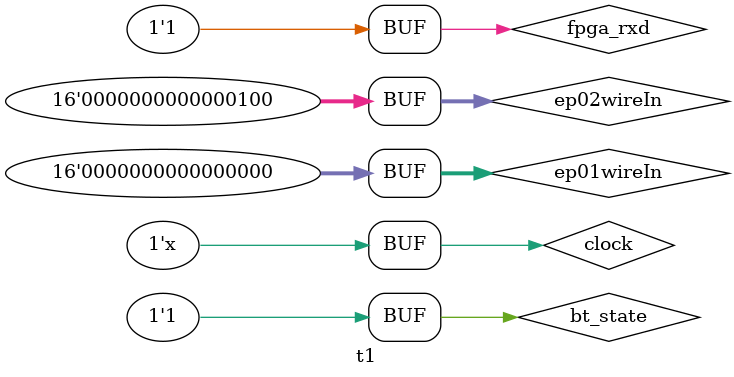
<source format=v>
`timescale 1us / 1ps


module t1;

	// Inputs
	reg clock;
	reg bt_state;
	reg fpga_rxd;
	reg [15:0] ep01wireIn;
	reg [15:0] ep02wireIn;

	// Outputs
	wire bt_break;
	wire fpga_txd;
	wire [15:0] ep20wireOut;
	wire [15:0] ep21wireOut;
	wire [15:0] ep22wireOut;
	wire [15:0] ep23wireOut;
	wire [15:0] ep24wireOut;
	wire [15:0] ep25wireOut;
	wire [15:0] ep26wireOut;
	wire [15:0] ep27wireOut;
	wire [15:0] ep28wireOut;
	wire [15:0] ep29wireOut;
	wire [15:0] ep30wireOut;

	// Instantiate the Unit Under Test (UUT)
	FPGA_Bluetooth_connection uut (
		.clock(clock), 
		.bt_state(bt_state), 
		.bt_break(bt_break), 
		.fpga_txd(fpga_txd), 
		.fpga_rxd(fpga_rxd), 
		.ep01wireIn(ep01wireIn), 
		.ep02wireIn(ep02wireIn),
		.ep20wireOut(ep20wireOut), 
		.ep21wireOut(ep21wireOut),
		.ep22wireOut(ep22wireOut),
		.ep23wireOut(ep23wireOut),
		.ep24wireOut(ep24wireOut), 
		.ep25wireOut(ep25wireOut),
		.ep26wireOut(ep26wireOut),
		.ep27wireOut(ep27wireOut),
		.ep28wireOut(ep28wireOut),
		.ep29wireOut(ep29wireOut),
		.ep30wireOut(ep30wireOut)
	);
	
	always begin
		#1 clock = !clock;
	end

	initial begin
		// Initialize Inputs
		clock = 0;
		bt_state = 0;
		fpga_rxd = 1;
		ep01wireIn = 0;
		ep02wireIn = 0;

		// Wait 100 us for global reset to finish
		#100;
        
		// Add stimulus here
		#0 ep02wireIn = 16'h0001;
		#100 ep02wireIn = 16'h0004;
		#300 bt_state = 1;
	end
	
endmodule


</source>
